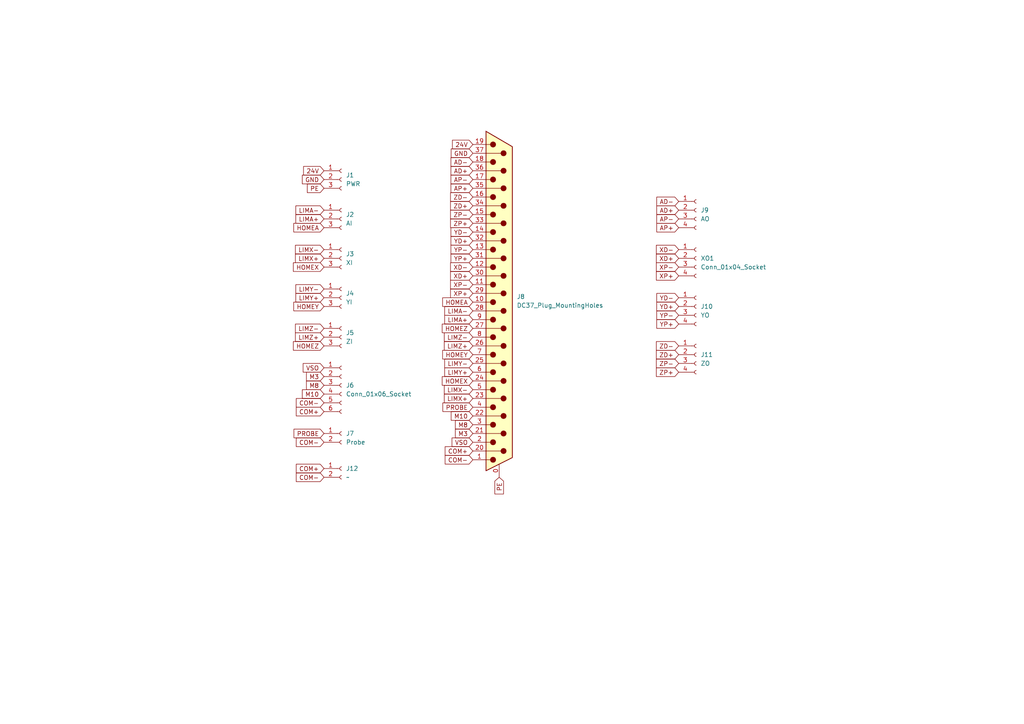
<source format=kicad_sch>
(kicad_sch (version 20230121) (generator eeschema)
  (paper "A4")
  (lib_symbols
    (symbol "Connector:Conn_01x02_Socket" (pin_names (offset 1.016) hide)
      (property "Reference" "J" (at 0 2.54 0))
      (property "Value" "Conn_01x02_Socket" (at 0 -5.08 0))
      (symbol "Conn_01x02_Socket_1_1"
        (arc (start 0 -2.032) (mid -0.5058 -2.54) (end 0 -3.048) (stroke (width 0.1524)))
        (polyline (pts (xy -1.27 -2.54) (xy -0.508 -2.54)) (stroke (width 0.1524)))
        (polyline (pts (xy -1.27 0) (xy -0.508 0)) (stroke (width 0.1524)))
        (arc (start 0 0.508) (mid -0.5058 0) (end 0 -0.508) (stroke (width 0.1524)))
        (pin passive line (at -5.08 0 0) (length 3.81) (name "Pin_1") (number "1"))
        (pin passive line (at -5.08 -2.54 0) (length 3.81) (name "Pin_2") (number "2"))
      )
    )
    (symbol "Connector:Conn_01x03_Socket" (pin_names (offset 1.016) hide)
      (property "Reference" "J" (at 0 5.08 0))
      (property "Value" "Conn_01x03_Socket" (at 0 -5.08 0))
      (symbol "Conn_01x03_Socket_1_1"
        (arc (start 0 -2.032) (mid -0.5058 -2.54) (end 0 -3.048) (stroke (width 0.1524)))
        (polyline (pts (xy -1.27 -2.54) (xy -0.508 -2.54)) (stroke (width 0.1524)))
        (polyline (pts (xy -1.27 0) (xy -0.508 0)) (stroke (width 0.1524)))
        (polyline (pts (xy -1.27 2.54) (xy -0.508 2.54)) (stroke (width 0.1524)))
        (arc (start 0 0.508) (mid -0.5058 0) (end 0 -0.508) (stroke (width 0.1524)))
        (arc (start 0 3.048) (mid -0.5058 2.54) (end 0 2.032) (stroke (width 0.1524)))
        (pin passive line (at -5.08 2.54 0) (length 3.81) (name "Pin_1") (number "1"))
        (pin passive line (at -5.08 0 0) (length 3.81) (name "Pin_2") (number "2"))
        (pin passive line (at -5.08 -2.54 0) (length 3.81) (name "Pin_3") (number "3"))
      )
    )
    (symbol "Connector:Conn_01x04_Socket" (pin_names (offset 1.016) hide)
      (property "Reference" "J" (at 0 5.08 0))
      (property "Value" "Conn_01x04_Socket" (at 0 -7.62 0))
      (symbol "Conn_01x04_Socket_1_1"
        (arc (start 0 -4.572) (mid -0.5058 -5.08) (end 0 -5.588) (stroke (width 0.1524)))
        (arc (start 0 -2.032) (mid -0.5058 -2.54) (end 0 -3.048) (stroke (width 0.1524)))
        (polyline (pts (xy -1.27 -5.08) (xy -0.508 -5.08)) (stroke (width 0.1524)))
        (polyline (pts (xy -1.27 -2.54) (xy -0.508 -2.54)) (stroke (width 0.1524)))
        (polyline (pts (xy -1.27 0) (xy -0.508 0)) (stroke (width 0.1524)))
        (polyline (pts (xy -1.27 2.54) (xy -0.508 2.54)) (stroke (width 0.1524)))
        (arc (start 0 0.508) (mid -0.5058 0) (end 0 -0.508) (stroke (width 0.1524)))
        (arc (start 0 3.048) (mid -0.5058 2.54) (end 0 2.032) (stroke (width 0.1524)))
        (pin passive line (at -5.08 2.54 0) (length 3.81) (name "Pin_1") (number "1"))
        (pin passive line (at -5.08 0 0) (length 3.81) (name "Pin_2") (number "2"))
        (pin passive line (at -5.08 -2.54 0) (length 3.81) (name "Pin_3") (number "3"))
        (pin passive line (at -5.08 -5.08 0) (length 3.81) (name "Pin_4") (number "4"))
      )
    )
    (symbol "Connector:Conn_01x06_Socket" (pin_names (offset 1.016) hide)
      (property "Reference" "J" (at 0 7.62 0))
      (property "Value" "Conn_01x06_Socket" (at 0 -10.16 0))
      (symbol "Conn_01x06_Socket_1_1"
        (arc (start 0 -7.112) (mid -0.5058 -7.62) (end 0 -8.128) (stroke (width 0.1524)))
        (arc (start 0 -4.572) (mid -0.5058 -5.08) (end 0 -5.588) (stroke (width 0.1524)))
        (arc (start 0 -2.032) (mid -0.5058 -2.54) (end 0 -3.048) (stroke (width 0.1524)))
        (polyline (pts (xy -1.27 -7.62) (xy -0.508 -7.62)) (stroke (width 0.1524)))
        (polyline (pts (xy -1.27 -5.08) (xy -0.508 -5.08)) (stroke (width 0.1524)))
        (polyline (pts (xy -1.27 -2.54) (xy -0.508 -2.54)) (stroke (width 0.1524)))
        (polyline (pts (xy -1.27 0) (xy -0.508 0)) (stroke (width 0.1524)))
        (polyline (pts (xy -1.27 2.54) (xy -0.508 2.54)) (stroke (width 0.1524)))
        (polyline (pts (xy -1.27 5.08) (xy -0.508 5.08)) (stroke (width 0.1524)))
        (arc (start 0 0.508) (mid -0.5058 0) (end 0 -0.508) (stroke (width 0.1524)))
        (arc (start 0 3.048) (mid -0.5058 2.54) (end 0 2.032) (stroke (width 0.1524)))
        (arc (start 0 5.588) (mid -0.5058 5.08) (end 0 4.572) (stroke (width 0.1524)))
        (pin passive line (at -5.08 5.08 0) (length 3.81) (name "Pin_1") (number "1"))
        (pin passive line (at -5.08 2.54 0) (length 3.81) (name "Pin_2") (number "2"))
        (pin passive line (at -5.08 0 0) (length 3.81) (name "Pin_3") (number "3"))
        (pin passive line (at -5.08 -2.54 0) (length 3.81) (name "Pin_4") (number "4"))
        (pin passive line (at -5.08 -5.08 0) (length 3.81) (name "Pin_5") (number "5"))
        (pin passive line (at -5.08 -7.62 0) (length 3.81) (name "Pin_6") (number "6"))
      )
    )
    (symbol "Connector:DC37_Plug_MountingHoles" (pin_names (offset 1.016) hide)
      (property "Reference" "J" (at 0 52.705 0))
      (property "Value" "DC37_Plug_MountingHoles" (at 0 50.8 0))
      (symbol "DC37_Plug_MountingHoles_0_1"
        (circle (center -1.778 -45.72) (radius 0.762) (fill (type outline)))
        (circle (center -1.778 -40.64) (radius 0.762) (fill (type outline)))
        (circle (center -1.778 -35.56) (radius 0.762) (fill (type outline)))
        (circle (center -1.778 -30.48) (radius 0.762) (fill (type outline)))
        (circle (center -1.778 -25.4) (radius 0.762) (fill (type outline)))
        (circle (center -1.778 -20.32) (radius 0.762) (fill (type outline)))
        (circle (center -1.778 -15.24) (radius 0.762) (fill (type outline)))
        (circle (center -1.778 -10.16) (radius 0.762) (fill (type outline)))
        (circle (center -1.778 -5.08) (radius 0.762) (fill (type outline)))
        (circle (center -1.778 0) (radius 0.762) (fill (type outline)))
        (circle (center -1.778 5.08) (radius 0.762) (fill (type outline)))
        (circle (center -1.778 10.16) (radius 0.762) (fill (type outline)))
        (circle (center -1.778 15.24) (radius 0.762) (fill (type outline)))
        (circle (center -1.778 20.32) (radius 0.762) (fill (type outline)))
        (circle (center -1.778 25.4) (radius 0.762) (fill (type outline)))
        (circle (center -1.778 30.48) (radius 0.762) (fill (type outline)))
        (circle (center -1.778 35.56) (radius 0.762) (fill (type outline)))
        (circle (center -1.778 40.64) (radius 0.762) (fill (type outline)))
        (circle (center -1.778 45.72) (radius 0.762) (fill (type outline)))
        (polyline (pts (xy -3.81 -45.72) (xy -2.54 -45.72)))
        (polyline (pts (xy -3.81 -43.18) (xy 0.508 -43.18)))
        (polyline (pts (xy -3.81 -40.64) (xy -2.54 -40.64)))
        (polyline (pts (xy -3.81 -38.1) (xy 0.508 -38.1)))
        (polyline (pts (xy -3.81 -35.56) (xy -2.54 -35.56)))
        (polyline (pts (xy -3.81 -33.02) (xy 0.508 -33.02)))
        (polyline (pts (xy -3.81 -30.48) (xy -2.54 -30.48)))
        (polyline (pts (xy -3.81 -27.94) (xy 0.508 -27.94)))
        (polyline (pts (xy -3.81 -25.4) (xy -2.54 -25.4)))
        (polyline (pts (xy -3.81 -22.86) (xy 0.508 -22.86)))
        (polyline (pts (xy -3.81 -20.32) (xy -2.54 -20.32)))
        (polyline (pts (xy -3.81 -17.78) (xy 0.508 -17.78)))
        (polyline (pts (xy -3.81 -15.24) (xy -2.54 -15.24)))
        (polyline (pts (xy -3.81 -12.7) (xy 0.508 -12.7)))
        (polyline (pts (xy -3.81 -10.16) (xy -2.54 -10.16)))
        (polyline (pts (xy -3.81 -7.62) (xy 0.508 -7.62)))
        (polyline (pts (xy -3.81 -5.08) (xy -2.54 -5.08)))
        (polyline (pts (xy -3.81 -2.54) (xy 0.508 -2.54)))
        (polyline (pts (xy -3.81 0) (xy -2.54 0)))
        (polyline (pts (xy -3.81 2.54) (xy 0.508 2.54)))
        (polyline (pts (xy -3.81 5.08) (xy -2.54 5.08)))
        (polyline (pts (xy -3.81 7.62) (xy 0.508 7.62)))
        (polyline (pts (xy -3.81 10.16) (xy -2.54 10.16)))
        (polyline (pts (xy -3.81 12.7) (xy 0.508 12.7)))
        (polyline (pts (xy -3.81 15.24) (xy -2.54 15.24)))
        (polyline (pts (xy -3.81 17.78) (xy 0.508 17.78)))
        (polyline (pts (xy -3.81 20.32) (xy -2.54 20.32)))
        (polyline (pts (xy -3.81 22.86) (xy 0.508 22.86)))
        (polyline (pts (xy -3.81 25.4) (xy -2.54 25.4)))
        (polyline (pts (xy -3.81 27.94) (xy 0.508 27.94)))
        (polyline (pts (xy -3.81 30.48) (xy -2.54 30.48)))
        (polyline (pts (xy -3.81 33.02) (xy 0.508 33.02)))
        (polyline (pts (xy -3.81 35.56) (xy -2.54 35.56)))
        (polyline (pts (xy -3.81 38.1) (xy 0.508 38.1)))
        (polyline (pts (xy -3.81 40.64) (xy -2.54 40.64)))
        (polyline (pts (xy -3.81 43.18) (xy 0.508 43.18)))
        (polyline (pts (xy -3.81 45.72) (xy -2.54 45.72)))
        (polyline (pts (xy -3.81 49.53) (xy 3.81 45.085) (xy 3.81 -45.085) (xy -3.81 -48.895) (xy -3.81 49.53)) (stroke (width 0.254)) (fill (type background)))
        (circle (center 1.27 -43.18) (radius 0.762) (fill (type outline)))
        (circle (center 1.27 -38.1) (radius 0.762) (fill (type outline)))
        (circle (center 1.27 -33.02) (radius 0.762) (fill (type outline)))
        (circle (center 1.27 -27.94) (radius 0.762) (fill (type outline)))
        (circle (center 1.27 -22.86) (radius 0.762) (fill (type outline)))
        (circle (center 1.27 -17.78) (radius 0.762) (fill (type outline)))
        (circle (center 1.27 -12.7) (radius 0.762) (fill (type outline)))
        (circle (center 1.27 -7.62) (radius 0.762) (fill (type outline)))
        (circle (center 1.27 -2.54) (radius 0.762) (fill (type outline)))
        (circle (center 1.27 2.54) (radius 0.762) (fill (type outline)))
        (circle (center 1.27 7.62) (radius 0.762) (fill (type outline)))
        (circle (center 1.27 12.7) (radius 0.762) (fill (type outline)))
        (circle (center 1.27 17.78) (radius 0.762) (fill (type outline)))
        (circle (center 1.27 22.86) (radius 0.762) (fill (type outline)))
        (circle (center 1.27 27.94) (radius 0.762) (fill (type outline)))
        (circle (center 1.27 33.02) (radius 0.762) (fill (type outline)))
        (circle (center 1.27 38.1) (radius 0.762) (fill (type outline)))
        (circle (center 1.27 43.18) (radius 0.762) (fill (type outline)))
      )
      (symbol "DC37_Plug_MountingHoles_1_1"
        (pin passive line (at 0 -50.8 90) (length 3.81) (name "PAD") (number "0"))
        (pin passive line (at -7.62 -45.72 0) (length 3.81) (name "1") (number "1"))
        (pin passive line (at -7.62 0 0) (length 3.81) (name "10") (number "10"))
        (pin passive line (at -7.62 5.08 0) (length 3.81) (name "11") (number "11"))
        (pin passive line (at -7.62 10.16 0) (length 3.81) (name "12") (number "12"))
        (pin passive line (at -7.62 15.24 0) (length 3.81) (name "13") (number "13"))
        (pin passive line (at -7.62 20.32 0) (length 3.81) (name "14") (number "14"))
        (pin passive line (at -7.62 25.4 0) (length 3.81) (name "15") (number "15"))
        (pin passive line (at -7.62 30.48 0) (length 3.81) (name "16") (number "16"))
        (pin passive line (at -7.62 35.56 0) (length 3.81) (name "17") (number "17"))
        (pin passive line (at -7.62 40.64 0) (length 3.81) (name "18") (number "18"))
        (pin passive line (at -7.62 45.72 0) (length 3.81) (name "19") (number "19"))
        (pin passive line (at -7.62 -40.64 0) (length 3.81) (name "2") (number "2"))
        (pin passive line (at -7.62 -43.18 0) (length 3.81) (name "20") (number "20"))
        (pin passive line (at -7.62 -38.1 0) (length 3.81) (name "21") (number "21"))
        (pin passive line (at -7.62 -33.02 0) (length 3.81) (name "22") (number "22"))
        (pin passive line (at -7.62 -27.94 0) (length 3.81) (name "23") (number "23"))
        (pin passive line (at -7.62 -22.86 0) (length 3.81) (name "24") (number "24"))
        (pin passive line (at -7.62 -17.78 0) (length 3.81) (name "25") (number "25"))
        (pin passive line (at -7.62 -12.7 0) (length 3.81) (name "26") (number "26"))
        (pin passive line (at -7.62 -7.62 0) (length 3.81) (name "27") (number "27"))
        (pin passive line (at -7.62 -2.54 0) (length 3.81) (name "28") (number "28"))
        (pin passive line (at -7.62 2.54 0) (length 3.81) (name "29") (number "29"))
        (pin passive line (at -7.62 -35.56 0) (length 3.81) (name "3") (number "3"))
        (pin passive line (at -7.62 7.62 0) (length 3.81) (name "30") (number "30"))
        (pin passive line (at -7.62 12.7 0) (length 3.81) (name "31") (number "31"))
        (pin passive line (at -7.62 17.78 0) (length 3.81) (name "32") (number "32"))
        (pin passive line (at -7.62 22.86 0) (length 3.81) (name "33") (number "33"))
        (pin passive line (at -7.62 27.94 0) (length 3.81) (name "34") (number "34"))
        (pin passive line (at -7.62 33.02 0) (length 3.81) (name "35") (number "35"))
        (pin passive line (at -7.62 38.1 0) (length 3.81) (name "36") (number "36"))
        (pin passive line (at -7.62 43.18 0) (length 3.81) (name "37") (number "37"))
        (pin passive line (at -7.62 -30.48 0) (length 3.81) (name "4") (number "4"))
        (pin passive line (at -7.62 -25.4 0) (length 3.81) (name "5") (number "5"))
        (pin passive line (at -7.62 -20.32 0) (length 3.81) (name "6") (number "6"))
        (pin passive line (at -7.62 -15.24 0) (length 3.81) (name "7") (number "7"))
        (pin passive line (at -7.62 -10.16 0) (length 3.81) (name "8") (number "8"))
        (pin passive line (at -7.62 -5.08 0) (length 3.81) (name "9") (number "9"))
      )
    )
  )
  (global_label "AP-" (shape input) (at 196.85 63.5 180) (property "Intersheetrefs" "${INTERSHEET_REFS}" (effects hide)))
  (global_label "HOMEZ" (shape input) (at 93.98 100.33 180) (property "Intersheetrefs" "${INTERSHEET_REFS}" (effects hide)))
  (global_label "LIMA+" (shape input) (at 93.98 63.5 180) (property "Intersheetrefs" "${INTERSHEET_REFS}" (effects hide)))
  (global_label "HOMEZ" (shape input) (at 137.16 95.25 180) (property "Intersheetrefs" "${INTERSHEET_REFS}" (effects hide)))
  (global_label "YD-" (shape input) (at 196.85 86.36 180) (property "Intersheetrefs" "${INTERSHEET_REFS}" (effects hide)))
  (global_label "GND" (shape input) (at 137.16 44.45 180) (property "Intersheetrefs" "${INTERSHEET_REFS}" (effects hide)))
  (global_label "XD-" (shape input) (at 196.85 72.39 180) (property "Intersheetrefs" "${INTERSHEET_REFS}" (effects hide)))
  (global_label "VSO" (shape input) (at 93.98 106.68 180) (property "Intersheetrefs" "${INTERSHEET_REFS}" (effects hide)))
  (global_label "XP-" (shape input) (at 196.85 77.47 180) (property "Intersheetrefs" "${INTERSHEET_REFS}" (effects hide)))
  (global_label "XP+" (shape input) (at 137.16 85.09 180) (property "Intersheetrefs" "${INTERSHEET_REFS}" (effects hide)))
  (global_label "AP-" (shape input) (at 137.16 52.07 180) (property "Intersheetrefs" "${INTERSHEET_REFS}" (effects hide)))
  (global_label "LIMZ-" (shape input) (at 137.16 97.79 180) (property "Intersheetrefs" "${INTERSHEET_REFS}" (effects hide)))
  (global_label "M8" (shape input) (at 137.16 123.19 180) (property "Intersheetrefs" "${INTERSHEET_REFS}" (effects hide)))
  (global_label "YD+" (shape input) (at 137.16 69.85 180) (property "Intersheetrefs" "${INTERSHEET_REFS}" (effects hide)))
  (global_label "COM+" (shape input) (at 137.16 130.81 180) (property "Intersheetrefs" "${INTERSHEET_REFS}" (effects hide)))
  (global_label "LIMZ-" (shape input) (at 93.98 95.25 180) (property "Intersheetrefs" "${INTERSHEET_REFS}" (effects hide)))
  (global_label "24V" (shape input) (at 93.98 49.53 180) (property "Intersheetrefs" "${INTERSHEET_REFS}" (effects hide)))
  (global_label "HOMEX" (shape input) (at 93.98 77.47 180) (property "Intersheetrefs" "${INTERSHEET_REFS}" (effects hide)))
  (global_label "YP-" (shape input) (at 137.16 72.39 180) (property "Intersheetrefs" "${INTERSHEET_REFS}" (effects hide)))
  (global_label "LIMX+" (shape input) (at 93.98 74.93 180) (property "Intersheetrefs" "${INTERSHEET_REFS}" (effects hide)))
  (global_label "ZP+" (shape input) (at 196.85 107.95 180) (property "Intersheetrefs" "${INTERSHEET_REFS}" (effects hide)))
  (global_label "YP-" (shape input) (at 196.85 91.44 180) (property "Intersheetrefs" "${INTERSHEET_REFS}" (effects hide)))
  (global_label "AD-" (shape input) (at 137.16 46.99 180) (property "Intersheetrefs" "${INTERSHEET_REFS}" (effects hide)))
  (global_label "ZD+" (shape input) (at 196.85 102.87 180) (property "Intersheetrefs" "${INTERSHEET_REFS}" (effects hide)))
  (global_label "ZD+" (shape input) (at 137.16 59.69 180) (property "Intersheetrefs" "${INTERSHEET_REFS}" (effects hide)))
  (global_label "HOMEY" (shape input) (at 137.16 102.87 180) (property "Intersheetrefs" "${INTERSHEET_REFS}" (effects hide)))
  (global_label "YD+" (shape input) (at 196.85 88.9 180) (property "Intersheetrefs" "${INTERSHEET_REFS}" (effects hide)))
  (global_label "PE" (shape input) (at 144.78 138.43 270) (property "Intersheetrefs" "${INTERSHEET_REFS}" (effects hide)))
  (global_label "LIMX-" (shape input) (at 137.16 113.03 180) (property "Intersheetrefs" "${INTERSHEET_REFS}" (effects hide)))
  (global_label "PROBE" (shape input) (at 93.98 125.73 180) (property "Intersheetrefs" "${INTERSHEET_REFS}" (effects hide)))
  (global_label "ZP+" (shape input) (at 137.16 64.77 180) (property "Intersheetrefs" "${INTERSHEET_REFS}" (effects hide)))
  (global_label "LIMY-" (shape input) (at 137.16 105.41 180) (property "Intersheetrefs" "${INTERSHEET_REFS}" (effects hide)))
  (global_label "M10" (shape input) (at 93.98 114.3 180) (property "Intersheetrefs" "${INTERSHEET_REFS}" (effects hide)))
  (global_label "LIMY+" (shape input) (at 137.16 107.95 180) (property "Intersheetrefs" "${INTERSHEET_REFS}" (effects hide)))
  (global_label "LIMZ+" (shape input) (at 137.16 100.33 180) (property "Intersheetrefs" "${INTERSHEET_REFS}" (effects hide)))
  (global_label "LIMY-" (shape input) (at 93.98 83.82 180) (property "Intersheetrefs" "${INTERSHEET_REFS}" (effects hide)))
  (global_label "LIMZ+" (shape input) (at 93.98 97.79 180) (property "Intersheetrefs" "${INTERSHEET_REFS}" (effects hide)))
  (global_label "AD-" (shape input) (at 196.85 58.42 180) (property "Intersheetrefs" "${INTERSHEET_REFS}" (effects hide)))
  (global_label "M8" (shape input) (at 93.98 111.76 180) (property "Intersheetrefs" "${INTERSHEET_REFS}" (effects hide)))
  (global_label "XD+" (shape input) (at 196.85 74.93 180) (property "Intersheetrefs" "${INTERSHEET_REFS}" (effects hide)))
  (global_label "LIMA-" (shape input) (at 93.98 60.96 180) (property "Intersheetrefs" "${INTERSHEET_REFS}" (effects hide)))
  (global_label "COM-" (shape input) (at 137.16 133.35 180) (property "Intersheetrefs" "${INTERSHEET_REFS}" (effects hide)))
  (global_label "XD+" (shape input) (at 137.16 80.01 180) (property "Intersheetrefs" "${INTERSHEET_REFS}" (effects hide)))
  (global_label "COM-" (shape input) (at 93.98 128.27 180) (property "Intersheetrefs" "${INTERSHEET_REFS}" (effects hide)))
  (global_label "ZP-" (shape input) (at 196.85 105.41 180) (property "Intersheetrefs" "${INTERSHEET_REFS}" (effects hide)))
  (global_label "COM+" (shape input) (at 93.98 135.89 180) (property "Intersheetrefs" "${INTERSHEET_REFS}" (effects hide)))
  (global_label "COM-" (shape input) (at 93.98 116.84 180) (property "Intersheetrefs" "${INTERSHEET_REFS}" (effects hide)))
  (global_label "M3" (shape input) (at 137.16 125.73 180) (property "Intersheetrefs" "${INTERSHEET_REFS}" (effects hide)))
  (global_label "M10" (shape input) (at 137.16 120.65 180) (property "Intersheetrefs" "${INTERSHEET_REFS}" (effects hide)))
  (global_label "LIMX+" (shape input) (at 137.16 115.57 180) (property "Intersheetrefs" "${INTERSHEET_REFS}" (effects hide)))
  (global_label "LIMA+" (shape input) (at 137.16 92.71 180) (property "Intersheetrefs" "${INTERSHEET_REFS}" (effects hide)))
  (global_label "XP+" (shape input) (at 196.85 80.01 180) (property "Intersheetrefs" "${INTERSHEET_REFS}" (effects hide)))
  (global_label "XP-" (shape input) (at 137.16 82.55 180) (property "Intersheetrefs" "${INTERSHEET_REFS}" (effects hide)))
  (global_label "COM-" (shape input) (at 93.98 138.43 180) (property "Intersheetrefs" "${INTERSHEET_REFS}" (effects hide)))
  (global_label "LIMY+" (shape input) (at 93.98 86.36 180) (property "Intersheetrefs" "${INTERSHEET_REFS}" (effects hide)))
  (global_label "LIMA-" (shape input) (at 137.16 90.17 180) (property "Intersheetrefs" "${INTERSHEET_REFS}" (effects hide)))
  (global_label "LIMX-" (shape input) (at 93.98 72.39 180) (property "Intersheetrefs" "${INTERSHEET_REFS}" (effects hide)))
  (global_label "24V" (shape input) (at 137.16 41.91 180) (property "Intersheetrefs" "${INTERSHEET_REFS}" (effects hide)))
  (global_label "VSO" (shape input) (at 137.16 128.27 180) (property "Intersheetrefs" "${INTERSHEET_REFS}" (effects hide)))
  (global_label "AP+" (shape input) (at 137.16 54.61 180) (property "Intersheetrefs" "${INTERSHEET_REFS}" (effects hide)))
  (global_label "HOMEX" (shape input) (at 137.16 110.49 180) (property "Intersheetrefs" "${INTERSHEET_REFS}" (effects hide)))
  (global_label "PE" (shape input) (at 93.98 54.61 180) (property "Intersheetrefs" "${INTERSHEET_REFS}" (effects hide)))
  (global_label "PROBE" (shape input) (at 137.16 118.11 180) (property "Intersheetrefs" "${INTERSHEET_REFS}" (effects hide)))
  (global_label "HOMEA" (shape input) (at 137.16 87.63 180) (property "Intersheetrefs" "${INTERSHEET_REFS}" (effects hide)))
  (global_label "XD-" (shape input) (at 137.16 77.47 180) (property "Intersheetrefs" "${INTERSHEET_REFS}" (effects hide)))
  (global_label "HOMEA" (shape input) (at 93.98 66.04 180) (property "Intersheetrefs" "${INTERSHEET_REFS}" (effects hide)))
  (global_label "ZP-" (shape input) (at 137.16 62.23 180) (property "Intersheetrefs" "${INTERSHEET_REFS}" (effects hide)))
  (global_label "AP+" (shape input) (at 196.85 66.04 180) (property "Intersheetrefs" "${INTERSHEET_REFS}" (effects hide)))
  (global_label "YP+" (shape input) (at 196.85 93.98 180) (property "Intersheetrefs" "${INTERSHEET_REFS}" (effects hide)))
  (global_label "YP+" (shape input) (at 137.16 74.93 180) (property "Intersheetrefs" "${INTERSHEET_REFS}" (effects hide)))
  (global_label "ZD-" (shape input) (at 196.85 100.33 180) (property "Intersheetrefs" "${INTERSHEET_REFS}" (effects hide)))
  (global_label "COM+" (shape input) (at 93.98 119.38 180) (property "Intersheetrefs" "${INTERSHEET_REFS}" (effects hide)))
  (global_label "HOMEY" (shape input) (at 93.98 88.9 180) (property "Intersheetrefs" "${INTERSHEET_REFS}" (effects hide)))
  (global_label "GND" (shape input) (at 93.98 52.07 180) (property "Intersheetrefs" "${INTERSHEET_REFS}" (effects hide)))
  (global_label "YD-" (shape input) (at 137.16 67.31 180) (property "Intersheetrefs" "${INTERSHEET_REFS}" (effects hide)))
  (global_label "AD+" (shape input) (at 196.85 60.96 180) (property "Intersheetrefs" "${INTERSHEET_REFS}" (effects hide)))
  (global_label "M3" (shape input) (at 93.98 109.22 180) (property "Intersheetrefs" "${INTERSHEET_REFS}" (effects hide)))
  (global_label "ZD-" (shape input) (at 137.16 57.15 180) (property "Intersheetrefs" "${INTERSHEET_REFS}" (effects hide)))
  (global_label "AD+" (shape input) (at 137.16 49.53 180) (property "Intersheetrefs" "${INTERSHEET_REFS}" (effects hide)))
  (symbol (lib_id "Connector:Conn_01x02_Socket") (at 99.06 125.73 0) (unit 1)
    (property "Reference" "J7" (at 100.33 125.73 0) (effects (justify left)))
    (property "Value" "Probe" (at 100.33 128.27 0) (effects (justify left)))
    (property "Footprint" "TerminalBlock:TerminalBlock_bornier-2_P5.08mm" (effects hide))
  )
  (symbol (lib_id "Connector:Conn_01x04_Socket") (at 201.93 60.96 0) (unit 1)
    (property "Reference" "J9" (at 203.2 60.96 0) (effects (justify left)))
    (property "Value" "AO" (at 203.2 63.5 0) (effects (justify left)))
    (property "Footprint" "TerminalBlock:TerminalBlock_bornier-4_P5.08mm" (effects hide))
  )
  (symbol (lib_id "Connector:Conn_01x03_Socket") (at 99.06 97.79 0) (unit 1)
    (property "Reference" "J5" (at 100.33 96.52 0) (effects (justify left)))
    (property "Value" "ZI" (at 100.33 99.06 0) (effects (justify left)))
    (property "Footprint" "TerminalBlock:TerminalBlock_bornier-3_P5.08mm" (effects hide))
  )
  (symbol (lib_id "Connector:Conn_01x03_Socket") (at 99.06 86.36 0) (unit 1)
    (property "Reference" "J4" (at 100.33 85.09 0) (effects (justify left)))
    (property "Value" "YI" (at 100.33 87.63 0) (effects (justify left)))
    (property "Footprint" "TerminalBlock:TerminalBlock_bornier-3_P5.08mm" (effects hide))
  )
  (symbol (lib_id "Connector:Conn_01x06_Socket") (at 99.06 111.76 0) (unit 1)
    (property "Reference" "J6" (at 100.33 111.76 0) (effects (justify left)))
    (property "Value" "Conn_01x06_Socket" (at 100.33 114.3 0) (effects (justify left)))
    (property "Footprint" "TerminalBlock:TerminalBlock_bornier-6_P5.08mm" (effects hide))
  )
  (symbol (lib_id "Connector:Conn_01x04_Socket") (at 201.93 74.93 0) (unit 1)
    (property "Reference" "XO1" (at 203.2 74.93 0) (effects (justify left)))
    (property "Value" "Conn_01x04_Socket" (at 203.2 77.47 0) (effects (justify left)))
    (property "Footprint" "TerminalBlock:TerminalBlock_bornier-4_P5.08mm" (effects hide))
  )
  (symbol (lib_id "Connector:Conn_01x04_Socket") (at 201.93 102.87 0) (unit 1)
    (property "Reference" "J11" (at 203.2 102.87 0) (effects (justify left)))
    (property "Value" "ZO" (at 203.2 105.41 0) (effects (justify left)))
    (property "Footprint" "TerminalBlock:TerminalBlock_bornier-4_P5.08mm" (effects hide))
  )
  (symbol (lib_id "Connector:Conn_01x03_Socket") (at 99.06 63.5 0) (unit 1)
    (property "Reference" "J2" (at 100.33 62.23 0) (effects (justify left)))
    (property "Value" "AI" (at 100.33 64.77 0) (effects (justify left)))
    (property "Footprint" "TerminalBlock:TerminalBlock_bornier-3_P5.08mm" (effects hide))
  )
  (symbol (lib_id "Connector:Conn_01x04_Socket") (at 201.93 88.9 0) (unit 1)
    (property "Reference" "J10" (at 203.2 88.9 0) (effects (justify left)))
    (property "Value" "YO" (at 203.2 91.44 0) (effects (justify left)))
    (property "Footprint" "TerminalBlock:TerminalBlock_bornier-4_P5.08mm" (effects hide))
  )
  (symbol (lib_id "Connector:Conn_01x03_Socket") (at 99.06 74.93 0) (unit 1)
    (property "Reference" "J3" (at 100.33 73.66 0) (effects (justify left)))
    (property "Value" "XI" (at 100.33 76.2 0) (effects (justify left)))
    (property "Footprint" "TerminalBlock:TerminalBlock_bornier-3_P5.08mm" (effects hide))
  )
  (symbol (lib_id "Connector:DC37_Plug_MountingHoles") (at 144.78 87.63 0) (unit 1)
    (property "Reference" "J8" (at 149.86 86.0425 0) (effects (justify left)))
    (property "Value" "DC37_Plug_MountingHoles" (at 149.86 88.5825 0) (effects (justify left)))
    (property "Footprint" "Connector_Dsub:DSUB-37_Male_Vertical_P2.77x2.84mm_MountingHoles" (effects hide))
    (property "Datasheet" " ~" (effects hide))
  )
  (symbol (lib_id "Connector:Conn_01x03_Socket") (at 99.06 52.07 0) (unit 1)
    (property "Reference" "J1" (at 100.33 50.8 0) (effects (justify left)))
    (property "Value" "PWR" (at 100.33 53.34 0) (effects (justify left)))
    (property "Footprint" "TerminalBlock:TerminalBlock_bornier-3_P5.08mm" (effects hide))
  )
  (symbol (lib_id "Connector:Conn_01x02_Socket") (at 99.06 135.89 0) (unit 1)
    (property "Reference" "J12" (at 100.33 135.89 0) (effects (justify left)))
    (property "Value" "~" (at 100.33 138.43 0) (effects (justify left)))
    (property "Footprint" "TerminalBlock:TerminalBlock_bornier-2_P5.08mm" (effects hide))
  )
)
</source>
